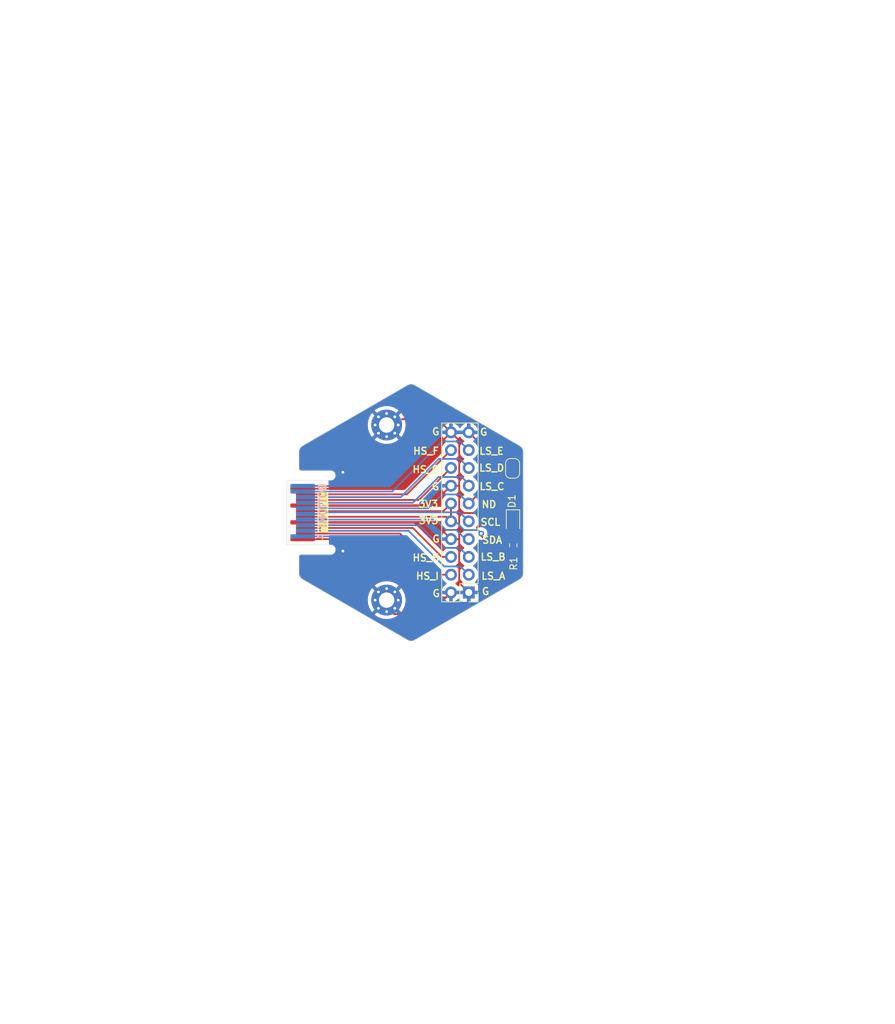
<source format=kicad_pcb>
(kicad_pcb (version 20221018) (generator pcbnew)
  (layers (0 "F.Cu" signal) (31 "B.Cu" signal) (34 "B.Paste" user) (35 "F.Paste" user) (36 "B.SilkS" user "B.Silkscreen") (37 "F.SilkS" user "F.Silkscreen") (38 "B.Mask" user) (39 "F.Mask" user) (44 "Edge.Cuts" user))
  (net 0 "")
  (net 1 "/GND")
  (net 2 "/LS_A")
  (net 3 "/LS_B")
  (net 4 "/SDA")
  (net 5 "/SCL")
  (net 6 "/LS_C")
  (net 7 "/LS_D")
  (net 8 "/LS_E")
  (net 9 "/HS_F")
  (net 10 "/HS_G")
  (net 11 "/3V3")
  (net 12 "/HS_H")
  (net 13 "/HS_I")
  (net 14 "Net-(D1-A)")
  (net 15 "/HEXP_DET")
  (footprint "tildagon:hexpansion-edge-connector" (layer "F.Cu") (at 98.25 100)
    (fp_text reference "J1" hide)
    (fp_text value "Nodule-Connector" hide)
    (fp_text user "BOTTOM!" (at 5.7 -4.3 90 unlocked) (layer "B.SilkS") (effects (font (thickness 0.25) bold) (justify left bottom mirror)))
    (fp_text user "1" (at 5.2 3.05 90 unlocked) (layer "B.SilkS") (effects (font (size 0.8 0.8) (thickness 0.2) bold) (justify left bottom mirror)))
    (fp_text user "^ TOP ^" (at 5.8 2.85 90 unlocked) (layer "F.SilkS" knockout) (effects (font (thickness 0.25) bold) (justify left bottom)))
    (fp_line (start 0 4.4) (end 0 -4.4) (stroke (width 0.05)) (layer "Edge.Cuts"))
    (fp_line (start 6.25 -6) (end 2 -6) (stroke (width 0.05)) (layer "Edge.Cuts"))
    (fp_line (start 6.25 -4.6) (end 0.2 -4.6) (stroke (width 0.05)) (layer "Edge.Cuts"))
    (fp_line (start 6.25 4.6) (end 0.2 4.6) (stroke (width 0.05)) (layer "Edge.Cuts"))
    (fp_line (start 6.25 6) (end 2 6) (stroke (width 0.05)) (layer "Edge.Cuts"))
    (fp_arc (start 0 -4.4) (mid 0.058579 -4.541421) (end 0.2 -4.6) (stroke (width 0.05)) (layer "Edge.Cuts"))
    (fp_arc (start 0.2 4.6) (mid 0.058579 4.541421) (end 0 4.4) (stroke (width 0.05)) (layer "Edge.Cuts"))
    (fp_arc (start 6.25 -6) (mid 6.744975 -5.794975) (end 6.95 -5.3) (stroke (width 0.05)) (layer "Edge.Cuts"))
    (fp_arc (start 6.25 4.6) (mid 6.744975 4.805025) (end 6.95 5.3) (stroke (width 0.05)) (layer "Edge.Cuts"))
    (fp_arc (start 6.95 -5.3) (mid 6.744975 -4.805025) (end 6.25 -4.6) (stroke (width 0.05)) (layer "Edge.Cuts"))
    (fp_arc (start 6.95 5.3) (mid 6.744975 5.794975) (end 6.25 6) (stroke (width 0.05)) (layer "Edge.Cuts"))
    (pad "1" smd roundrect (at 2.25 3.4) (size 3.5 0.6) (layers "B.Cu" "B.Mask") (net 1 "/GND"))
    (pad "2" smd roundrect (at 2.65 2.6) (size 2.7 0.6) (layers "B.Cu" "B.Mask") (net 2 "/LS_A"))
    (pad "3" smd roundrect (at 2.65 1.8) (size 2.7 0.6) (layers "B.Cu" "B.Mask") (net 3 "/LS_B"))
    (pad "4" smd roundrect (at 2.65 1) (size 2.7 0.6) (layers "B.Cu" "B.Mask") (net 4 "/SDA"))
    (pad "5" smd roundrect (at 2.65 0.2) (size 2.7 0.6) (layers "B.Cu" "B.Mask") (net 5 "/SCL"))
    (pad "6" smd roundrect (at 2.65 -0.6) (size 2.7 0.6) (layers "B.Cu" "B.Mask") (net 15 "/HEXP_DET"))
    (pad "7" smd roundrect (at 2.65 -1.4) (size 2.7 0.6) (layers "B.Cu" "B.Mask") (net 6 "/LS_C"))
    (pad "8" smd roundrect (at 2.65 -2.2) (size 2.7 0.6) (layers "B.Cu" "B.Mask") (net 7 "/LS_D"))
    (pad "9" smd roundrect (at 2.25 -3) (size 3.5 0.6) (layers "B.Cu" "B.Mask") (net 8 "/LS_E"))
    (pad "10" smd roundrect (at 2.25 -3.8) (size 3.5 0.6) (layers "B.Cu" "B.Mask") (net 1 "/GND"))
    (pad "11" smd roundrect (at 2.25 -3.4 180) (size 3.5 0.6) (layers "F.Cu" "F.Mask") (net 1 "/GND"))
    (pad "12" smd roundrect (at 2.65 -2.6 180) (size 2.7 0.6) (layers "F.Cu" "F.Mask") (net 9 "/HS_F"))
    (pad "13" smd roundrect (at 2.65 -1.8 180) (size 2.7 0.6) (layers "F.Cu" "F.Mask") (net 10 "/HS_G"))
    (pad "14" smd roundrect (at 2.25 -1 180) (size 3.5 0.6) (layers "F.Cu" "F.Mask") (net 1 "/GND"))
    (pad "15" smd roundrect (at 2.65 -0.2 180) (size 2.7 0.6) (layers "F.Cu" "F.Mask") (net 11 "/3V3"))
    (pad "16" smd roundrect (at 2.65 0.6 180) (size 2.7 0.6) (layers "F.Cu" "F.Mask") (net 11 "/3V3"))
    (pad "17" smd roundrect (at 2.25 1.4 180) (size 3.5 0.6) (layers "F.Cu" "F.Mask") (net 1 "/GND"))
    (pad "18" smd roundrect (at 2.65 2.2 180) (size 2.7 0.6) (layers "F.Cu" "F.Mask") (net 12 "/HS_H"))
    (pad "19" smd roundrect (at 2.65 3 180) (size 2.7 0.6) (layers "F.Cu" "F.Mask") (net 13 "/HS_I"))
    (pad "20" smd roundrect (at 2.25 3.8 180) (size 3.5 0.6) (layers "F.Cu" "F.Mask") (net 1 "/GND"))
  )
  (footprint "LED_SMD:LED_0805_2012Metric" (layer "F.Cu") (at 130.55 101.29 -90)
    (fp_text reference "D1" (at -2.92 0.16 90) (layer "F.SilkS"))
    (fp_text value "LED")
    (fp_line (start -1.685 -0.96) (end -1.685 0.96) (stroke (width 0.12)) (layer "F.SilkS"))
    (fp_line (start -1.685 0.96) (end 1 0.96) (stroke (width 0.12)) (layer "F.SilkS"))
    (fp_line (start 1 -0.96) (end -1.685 -0.96) (stroke (width 0.12)) (layer "F.SilkS"))
    (pad "1" smd roundrect (at -0.9375 0 270) (size 0.975 1.4) (layers "F.Cu" "F.Paste" "F.Mask") (net 1 "/GND"))
    (pad "2" smd roundrect (at 0.9375 0 270) (size 0.975 1.4) (layers "F.Cu" "F.Paste" "F.Mask") (net 14 "Net-(D1-A)"))
  )
  (footprint "MountingHole:MountingHole_2.2mm_M2_Pad_Via" (layer "F.Cu") (at 112.5 87.5)
    (fp_text reference "H2" hide)
    (fp_text value "MountingHole_Pad")
    (pad "1" thru_hole circle (at -1.65 0) (size 0.7 0.7) (drill 0.4) (layers "*.Cu" "*.Mask") (net 1 "/GND"))
    (pad "1" thru_hole circle (at -1.166726 -1.166726) (size 0.7 0.7) (drill 0.4) (layers "*.Cu" "*.Mask") (net 1 "/GND"))
    (pad "1" thru_hole circle (at -1.166726 1.166726) (size 0.7 0.7) (drill 0.4) (layers "*.Cu" "*.Mask") (net 1 "/GND"))
    (pad "1" thru_hole circle (at 0 -1.65) (size 0.7 0.7) (drill 0.4) (layers "*.Cu" "*.Mask") (net 1 "/GND"))
    (pad "1" thru_hole circle (at 0 0) (size 4.4 4.4) (drill 2.2) (layers "*.Cu" "*.Mask") (net 1 "/GND"))
    (pad "1" thru_hole circle (at 0 1.65) (size 0.7 0.7) (drill 0.4) (layers "*.Cu" "*.Mask") (net 1 "/GND"))
    (pad "1" thru_hole circle (at 1.166726 -1.166726) (size 0.7 0.7) (drill 0.4) (layers "*.Cu" "*.Mask") (net 1 "/GND"))
    (pad "1" thru_hole circle (at 1.166726 1.166726) (size 0.7 0.7) (drill 0.4) (layers "*.Cu" "*.Mask") (net 1 "/GND"))
    (pad "1" thru_hole circle (at 1.65 0) (size 0.7 0.7) (drill 0.4) (layers "*.Cu" "*.Mask") (net 1 "/GND"))
  )
  (footprint "Connector_PinHeader_2.54mm:PinHeader_2x10_P2.54mm_Vertical" (layer "F.Cu") (at 124.23 111.41 180)
    (fp_text reference "J2" hide)
    (fp_text value "Conn_02x10_Odd_Even" hide)
    (fp_line (start -1.33 -1.33) (end 0 -1.33) (stroke (width 0.12)) (layer "F.SilkS"))
    (fp_line (start -1.33 0) (end -1.33 -1.33) (stroke (width 0.12)) (layer "F.SilkS"))
    (fp_line (start -1.33 1.27) (end -1.33 24.19) (stroke (width 0.12)) (layer "F.SilkS"))
    (fp_line (start -1.33 1.27) (end 1.27 1.27) (stroke (width 0.12)) (layer "F.SilkS"))
    (fp_line (start -1.33 24.19) (end 3.87 24.19) (stroke (width 0.12)) (layer "F.SilkS"))
    (fp_line (start 1.27 -1.33) (end 3.87 -1.33) (stroke (width 0.12)) (layer "F.SilkS"))
    (fp_line (start 1.27 1.27) (end 1.27 -1.33) (stroke (width 0.12)) (layer "F.SilkS"))
    (fp_line (start 3.87 -1.33) (end 3.87 24.19) (stroke (width 0.12)) (layer "F.SilkS"))
    (pad "1" thru_hole rect (at 0 0 180) (size 1.7 1.7) (drill 1) (layers "*.Cu" "*.Mask") (net 1 "/GND"))
    (pad "2" thru_hole oval (at 2.54 0 180) (size 1.7 1.7) (drill 1) (layers "*.Cu" "*.Mask") (net 1 "/GND"))
    (pad "3" thru_hole oval (at 0 2.54 180) (size 1.7 1.7) (drill 1) (layers "*.Cu" "*.Mask") (net 2 "/LS_A"))
    (pad "4" thru_hole oval (at 2.54 2.54 180) (size 1.7 1.7) (drill 1) (layers "*.Cu" "*.Mask") (net 13 "/HS_I"))
    (pad "5" thru_hole oval (at 0 5.08 180) (size 1.7 1.7) (drill 1) (layers "*.Cu" "*.Mask") (net 3 "/LS_B"))
    (pad "6" thru_hole oval (at 2.54 5.08 180) (size 1.7 1.7) (drill 1) (layers "*.Cu" "*.Mask") (net 12 "/HS_H"))
    (pad "7" thru_hole oval (at 0 7.62 180) (size 1.7 1.7) (drill 1) (layers "*.Cu" "*.Mask") (net 4 "/SDA"))
    (pad "8" thru_hole oval (at 2.54 7.62 180) (size 1.7 1.7) (drill 1) (layers "*.Cu" "*.Mask") (net 1 "/GND"))
    (pad "9" thru_hole oval (at 0 10.16 180) (size 1.7 1.7) (drill 1) (layers "*.Cu" "*.Mask") (net 5 "/SCL"))
    (pad "10" thru_hole oval (at 2.54 10.16 180) (size 1.7 1.7) (drill 1) (layers "*.Cu" "*.Mask") (net 11 "/3V3"))
    (pad "11" thru_hole oval (at 0 12.7 180) (size 1.7 1.7) (drill 1) (layers "*.Cu" "*.Mask") (net 15 "/HEXP_DET"))
    (pad "12" thru_hole oval (at 2.54 12.7 180) (size 1.7 1.7) (drill 1) (layers "*.Cu" "*.Mask") (net 11 "/3V3"))
    (pad "13" thru_hole oval (at 0 15.24 180) (size 1.7 1.7) (drill 1) (layers "*.Cu" "*.Mask") (net 6 "/LS_C"))
    (pad "14" thru_hole oval (at 2.54 15.24 180) (size 1.7 1.7) (drill 1) (layers "*.Cu" "*.Mask") (net 1 "/GND"))
    (pad "15" thru_hole oval (at 0 17.78 180) (size 1.7 1.7) (drill 1) (layers "*.Cu" "*.Mask") (net 7 "/LS_D"))
    (pad "16" thru_hole oval (at 2.54 17.78 180) (size 1.7 1.7) (drill 1) (layers "*.Cu" "*.Mask") (net 10 "/HS_G"))
    (pad "17" thru_hole oval (at 0 20.32 180) (size 1.7 1.7) (drill 1) (layers "*.Cu" "*.Mask") (net 8 "/LS_E"))
    (pad "18" thru_hole oval (at 2.54 20.32 180) (size 1.7 1.7) (drill 1) (layers "*.Cu" "*.Mask") (net 9 "/HS_F"))
    (pad "19" thru_hole oval (at 0 22.86 180) (size 1.7 1.7) (drill 1) (layers "*.Cu" "*.Mask") (net 1 "/GND"))
    (pad "20" thru_hole oval (at 2.54 22.86 180) (size 1.7 1.7) (drill 1) (layers "*.Cu" "*.Mask") (net 1 "/GND"))
  )
  (footprint "Jumper:SolderJumper-2_P1.3mm_Bridged_RoundedPad1.0x1.5mm" (layer "F.Cu") (at 130.49 93.69 90)
    (fp_text reference "JP1" hide)
    (fp_text value "SolderJumper_2_Bridged" hide)
    (fp_poly (pts (xy 0.25 -0.3) (xy -0.25 -0.3) (xy -0.25 0.3) (xy 0.25 0.3)) (fill solid) (layer "F.Cu"))
    (fp_line (start -1.4 0.3) (end -1.4 -0.3) (stroke (width 0.12)) (layer "F.SilkS"))
    (fp_line (start -0.7 -1) (end 0.7 -1) (stroke (width 0.12)) (layer "F.SilkS"))
    (fp_line (start 0.7 1) (end -0.7 1) (stroke (width 0.12)) (layer "F.SilkS"))
    (fp_line (start 1.4 -0.3) (end 1.4 0.3) (stroke (width 0.12)) (layer "F.SilkS"))
    (fp_arc (start -1.4 -0.3) (mid -1.194975 -0.794975) (end -0.7 -1) (stroke (width 0.12)) (layer "F.SilkS"))
    (fp_arc (start -0.7 1) (mid -1.194975 0.794975) (end -1.4 0.3) (stroke (width 0.12)) (layer "F.SilkS"))
    (fp_arc (start 0.7 -1) (mid 1.194975 -0.794975) (end 1.4 -0.3) (stroke (width 0.12)) (layer "F.SilkS"))
    (fp_arc (start 1.4 0.3) (mid 1.194975 0.794975) (end 0.7 1) (stroke (width 0.12)) (layer "F.SilkS"))
    (pad "1" smd custom (at -0.65 0 90) (size 1 0.5) (layers "F.Cu" "F.Mask") (net 15 "/HEXP_DET") (options (clearance outline) (anchor rect)) (primitives (gr_circle (center 0 0.25) (end 0.5 0.25) (width 0) (fill yes)) (gr_circle (center 0 -0.25) (end 0.5 -0.25) (width 0) (fill yes)) (gr_poly (pts (xy 0.5 0.75) (xy 0 0.75) (xy 0 -0.75) (xy 0.5 -0.75)) (width 0) (fill yes))))
    (pad "2" smd custom (at 0.65 0 90) (size 1 0.5) (layers "F.Cu" "F.Mask") (net 1 "/GND") (options (clearance outline) (anchor rect)) (primitives (gr_circle (center 0 0.25) (end 0.5 0.25) (width 0) (fill yes)) (gr_circle (center 0 -0.25) (end 0.5 -0.25) (width 0) (fill yes)) (gr_poly (pts (xy 0 0.75) (xy -0.5 0.75) (xy -0.5 -0.75) (xy 0 -0.75)) (width 0) (fill yes))))
  )
  (footprint "Resistor_SMD:R_0603_1608Metric" (layer "F.Cu") (at 130.59 104.68 90)
    (fp_text reference "R1" (at -2.61 0.05 90) (layer "F.SilkS"))
    (fp_text value "R")
    (fp_line (start -0.237258 -0.5225) (end 0.237258 -0.5225) (stroke (width 0.12)) (layer "F.SilkS"))
    (fp_line (start -0.237258 0.5225) (end 0.237258 0.5225) (stroke (width 0.12)) (layer "F.SilkS"))
    (pad "1" smd roundrect (at -0.825 0 90) (size 0.8 0.95) (layers "F.Cu" "F.Paste" "F.Mask") (net 11 "/3V3"))
    (pad "2" smd roundrect (at 0.825 0 90) (size 0.8 0.95) (layers "F.Cu" "F.Paste" "F.Mask") (net 14 "Net-(D1-A)"))
  )
  (footprint "MountingHole:MountingHole_2.2mm_M2_Pad_Via" (layer "F.Cu") (at 112.5 112.5)
    (fp_text reference "H1" hide)
    (fp_text value "MountingHole_Pad")
    (pad "1" thru_hole circle (at -1.65 0) (size 0.7 0.7) (drill 0.4) (layers "*.Cu" "*.Mask") (net 1 "/GND"))
    (pad "1" thru_hole circle (at -1.166726 -1.166726) (size 0.7 0.7) (drill 0.4) (layers "*.Cu" "*.Mask") (net 1 "/GND"))
    (pad "1" thru_hole circle (at -1.166726 1.166726) (size 0.7 0.7) (drill 0.4) (layers "*.Cu" "*.Mask") (net 1 "/GND"))
    (pad "1" thru_hole circle (at 0 -1.65) (size 0.7 0.7) (drill 0.4) (layers "*.Cu" "*.Mask") (net 1 "/GND"))
    (pad "1" thru_hole circle (at 0 0) (size 4.4 4.4) (drill 2.2) (layers "*.Cu" "*.Mask") (net 1 "/GND"))
    (pad "1" thru_hole circle (at 0 1.65) (size 0.7 0.7) (drill 0.4) (layers "*.Cu" "*.Mask") (net 1 "/GND"))
    (pad "1" thru_hole circle (at 1.166726 -1.166726) (size 0.7 0.7) (drill 0.4) (layers "*.Cu" "*.Mask") (net 1 "/GND"))
    (pad "1" thru_hole circle (at 1.166726 1.166726) (size 0.7 0.7) (drill 0.4) (layers "*.Cu" "*.Mask") (net 1 "/GND"))
    (pad "1" thru_hole circle (at 1.65 0) (size 0.7 0.7) (drill 0.4) (layers "*.Cu" "*.Mask") (net 1 "/GND"))
  )
  (gr_line (start 100.5 90.473725) (end 115.499995 81.813472) (stroke (width 0.05)) (layer "Edge.Cuts"))
  (gr_arc (start 131.499989 90.473725) (mid 131.866015 90.83975) (end 131.999989 91.33975) (stroke (width 0.05)) (layer "Edge.Cuts"))
  (gr_arc (start 100.25 94) (mid 100.073223 93.926777) (end 100 93.75) (stroke (width 0.1)) (layer "Edge.Cuts"))
  (gr_arc (start 115.499995 81.813472) (mid 115.999995 81.679497) (end 116.499995 81.813472) (stroke (width 0.05)) (layer "Edge.Cuts"))
  (gr_line (start 100.5 109.526269) (end 115.499995 118.186522) (stroke (width 0.05)) (layer "Edge.Cuts"))
  (gr_line (start 131.999989 91.33975) (end 131.999989 108.660243) (stroke (width 0.05)) (layer "Edge.Cuts"))
  (gr_line (start 100 93.75) (end 100 91.33975) (stroke (width 0.05)) (layer "Edge.Cuts"))
  (gr_arc (start 100 91.33975) (mid 100.133975 90.83975) (end 100.5 90.473725) (stroke (width 0.05)) (layer "Edge.Cuts"))
  (gr_line (start 100 106.25) (end 100 108.660243) (stroke (width 0.05)) (layer "Edge.Cuts"))
  (gr_line (start 116.499995 81.813472) (end 131.499989 90.473725) (stroke (width 0.05)) (layer "Edge.Cuts"))
  (gr_arc (start 100 106.25) (mid 100.073223 106.073223) (end 100.25 106) (stroke (width 0.1)) (layer "Edge.Cuts"))
  (gr_arc (start 100.5 109.526269) (mid 100.133975 109.160243) (end 100 108.660243) (stroke (width 0.05)) (layer "Edge.Cuts"))
  (gr_arc (start 131.999989 108.660243) (mid 131.866015 109.160243) (end 131.499989 109.526269) (stroke (width 0.05)) (layer "Edge.Cuts"))
  (gr_arc (start 116.499995 118.186522) (mid 115.999995 118.320497) (end 115.499995 118.186522) (stroke (width 0.05)) (layer "Edge.Cuts"))
  (gr_line (start 116.499995 118.186522) (end 131.499989 109.526269) (stroke (width 0.05)) (layer "Edge.Cuts"))
  (gr_text "3V3" (at 116.98 101.72) (layer "F.SilkS") (effects (font (size 1 1) (thickness 0.2) bold) (justify left bottom)))
  (gr_text "HS_I" (at 116.58 109.65) (layer "F.SilkS") (effects (font (size 1 1) (thickness 0.2) bold) (justify left bottom)))
  (gr_text "LS_C" (at 125.65 96.86) (layer "F.SilkS") (effects (font (size 1 1) (thickness 0.2) bold) (justify left bottom)))
  (gr_text "LS_B" (at 125.81 106.92) (layer "F.SilkS") (effects (font (size 1 1) (thickness 0.2) bold) (justify left bottom)))
  (gr_text "HS_H" (at 116.09 107.04) (layer "F.SilkS") (effects (font (size 1 1) (thickness 0.2) bold) (justify left bottom)))
  (gr_text "LS_E" (at 125.63 91.81) (layer "F.SilkS") (effects (font (size 1 1) (thickness 0.2) bold) (justify left bottom)))
  (gr_text "LS_A" (at 125.92 109.64) (layer "F.SilkS") (effects (font (size 1 1) (thickness 0.2) bold) (justify left bottom)))
  (gr_text "3V3" (at 116.94 99.37) (layer "F.SilkS") (effects (font (size 1 1) (thickness 0.2) bold) (justify left bottom)))
  (gr_text "SCL" (at 125.81 101.95) (layer "F.SilkS") (effects (font (size 1 1) (thickness 0.2) bold) (justify left bottom)))
  (gr_text "G" (at 126 111.84) (layer "F.SilkS") (effects (font (size 1 1) (thickness 0.2) bold) (justify left bottom)))
  (gr_text "SDA" (at 126.04 104.51) (layer "F.SilkS") (effects (font (size 1 1) (thickness 0.2) bold) (justify left bottom)))
  (gr_text "HS_F" (at 116.18 91.8) (layer "F.SilkS") (effects (font (size 1 1) (thickness 0.2) bold) (justify left bottom)))
  (gr_text "G" (at 118.89 89.03) (layer "F.SilkS") (effects (font (size 1 1) (thickness 0.2) bold) (justify left bottom)))
  (gr_text "G" (at 118.95 112.13) (layer "F.SilkS") (effects (font (size 1 1) (thickness 0.2) bold) (justify left bottom)))
  (gr_text "G" (at 118.93 104.35) (layer "F.SilkS") (effects (font (size 1 1) (thickness 0.2) bold) (justify left bottom)))
  (gr_text "ND" (at 125.97 99.43) (layer "F.SilkS") (effects (font (size 1 1) (thickness 0.2) bold) (justify left bottom)))
  (gr_text "LS_D" (at 125.61 94.22) (layer "F.SilkS") (effects (font (size 1 1) (thickness 0.2) bold) (justify left bottom)))
  (gr_text "G" (at 125.73 89.09) (layer "F.SilkS") (effects (font (size 1 1) (thickness 0.2) bold) (justify left bottom)))
  (gr_text "HS_G" (at 116.08 94.44) (layer "F.SilkS") (effects (font (size 1 1) (thickness 0.2) bold) (justify left bottom)))
  (gr_text "G" (at 118.86 96.89) (layer "F.SilkS") (effects (font (size 1 1) (thickness 0.2) bold) (justify left bottom)))
  (segment (start 111.99 103.8) (end 120.32 112.13) (width 0.25) (layer "F.Cu") (net 1))
  (segment (start 121.69 96.17) (end 122.865 96.17) (width 0.25) (layer "F.Cu") (net 1))
  (segment (start 113.64 96.6) (end 100.5 96.6) (width 0.25) (layer "F.Cu") (net 1))
  (segment (start 121.69 88.55) (end 124.23 88.55) (width 0.25) (layer "F.Cu") (net 1))
  (segment (start 122.865 103.89) (end 122.865 100.07) (width 0.25) (layer "F.Cu") (net 1))
  (segment (start 130.2675 100.07) (end 122.865 100.07) (width 0.25) (layer "F.Cu") (net 1))
  (segment (start 122.865 89.725) (end 121.69 88.55) (width 0.25) (layer "F.Cu") (net 1))
  (segment (start 114.716726 86.666726) (end 119.806726 86.666726) (width 0.25) (layer "F.Cu") (net 1))
  (segment (start 121.69 103.79) (end 119.3 101.4) (width 0.25) (layer "F.Cu") (net 1))
  (segment (start 130.55 100.3525) (end 130.2675 100.07) (width 0.25) (layer "F.Cu") (net 1))
  (segment (start 113.55 114.5) (end 118.6 114.5) (width 0.25) (layer "F.Cu") (net 1))
  (segment (start 119.806726 86.666726) (end 121.69 88.55) (width 0.25) (layer "F.Cu") (net 1))
  (segment (start 130.49 93.04) (end 128.72 93.04) (width 0.25) (layer "F.Cu") (net 1))
  (segment (start 118.86 99) (end 100.5 99) (width 0.25) (layer "F.Cu") (net 1))
  (segment (start 122.865 100.07) (end 122.865 96.17) (width 0.25) (layer "F.Cu") (net 1))
  (segment (start 121.69 103.79) (end 122.765 103.79) (width 0.25) (layer "F.Cu") (net 1))
  (segment (start 120.97 112.13) (end 121.69 111.41) (width 0.25) (layer "F.Cu") (net 1))
  (segment (start 121.69 96.17) (end 118.86 99) (width 0.25) (layer "F.Cu") (net 1))
  (segment (start 122.865 96.17) (end 122.865 89.725) (width 0.25) (layer "F.Cu") (net 1))
  (segment (start 118.6 114.5) (end 121.69 111.41) (width 0.25) (layer "F.Cu") (net 1))
  (segment (start 121.69 88.55) (end 113.64 96.6) (width 0.25) (layer "F.Cu") (net 1))
  (segment (start 122.765 103.79) (end 122.865 103.89) (width 0.25) (layer "F.Cu") (net 1))
  (segment (start 100.5 103.8) (end 111.99 103.8) (width 0.25) (layer "F.Cu") (net 1))
  (segment (start 119.3 101.4) (end 100.5 101.4) (width 0.25) (layer "F.Cu") (net 1))
  (segment (start 121.69 111.41) (end 124.23 111.41) (width 0.25) (layer "F.Cu") (net 1))
  (segment (start 128.72 93.04) (end 124.23 88.55) (width 0.25) (layer "F.Cu") (net 1))
  (segment (start 124.23 111.41) (end 122.865 110.045) (width 0.25) (layer "F.Cu") (net 1))
  (segment (start 120.32 112.13) (end 120.97 112.13) (width 0.25) (layer "F.Cu") (net 1))
  (segment (start 122.865 110.045) (end 122.865 103.89) (width 0.25) (layer "F.Cu") (net 1))
  (via (at 106.25 105.5) (size 0.8) (drill 0.4) (layers "F.Cu" "B.Cu") (net 1))
  (via (at 106.25 94.25) (size 0.8) (drill 0.4) (layers "F.Cu" "B.Cu") (net 1))
  (segment (start 112.45 103.4) (end 100.5 103.4) (width 0.25) (layer "B.Cu") (net 1))
  (segment (start 121.69 111.41) (end 120.62 111.41) (width 0.25) (layer "B.Cu") (net 1))
  (segment (start 120.54 111.49) (end 112.45 103.4) (width 0.25) (layer "B.Cu") (net 1))
  (segment (start 119.36 88.55) (end 111.71 96.2) (width 0.25) (layer "B.Cu") (net 1))
  (segment (start 120.62 111.41) (end 120.54 111.49) (width 0.25) (layer "B.Cu") (net 1))
  (segment (start 111.71 96.2) (end 100.5 96.2) (width 0.25) (layer "B.Cu") (net 1))
  (segment (start 121.69 88.55) (end 119.36 88.55) (width 0.25) (layer "B.Cu") (net 1))
  (segment (start 123.055 107.695) (end 120.735 107.695) (width 0.25) (layer "B.Cu") (net 2))
  (segment (start 120.735 107.695) (end 120.73 107.7) (width 0.25) (layer "B.Cu") (net 2))
  (segment (start 124.23 108.87) (end 123.055 107.695) (width 0.25) (layer "B.Cu") (net 2))
  (segment (start 115.63 102.6) (end 100.9 102.6) (width 0.25) (layer "B.Cu") (net 2))
  (segment (start 120.73 107.7) (end 115.63 102.6) (width 0.25) (layer "B.Cu") (net 2))
  (segment (start 124.23 106.33) (end 122.94 105.04) (width 0.25) (layer "B.Cu") (net 3))
  (segment (start 120.42 105.04) (end 117.18 101.8) (width 0.25) (layer "B.Cu") (net 3))
  (segment (start 117.18 101.8) (end 100.9 101.8) (width 0.25) (layer "B.Cu") (net 3))
  (segment (start 122.94 105.04) (end 120.42 105.04) (width 0.25) (layer "B.Cu") (net 3))
  (segment (start 122.44 102.48) (end 120.96 102.48) (width 0.25) (layer "B.Cu") (net 4))
  (segment (start 123.75 103.79) (end 122.44 102.48) (width 0.25) (layer "B.Cu") (net 4))
  (segment (start 124.23 103.79) (end 123.75 103.79) (width 0.25) (layer "B.Cu") (net 4))
  (segment (start 120.96 102.48) (end 119.48 101) (width 0.25) (layer "B.Cu") (net 4))
  (segment (start 119.48 101) (end 100.9 101) (width 0.25) (layer "B.Cu") (net 4))
  (segment (start 124.23 101.25) (end 122.94 99.96) (width 0.25) (layer "B.Cu") (net 5))
  (segment (start 122.94 99.96) (end 103.5 99.96) (width 0.25) (layer "B.Cu") (net 5))
  (segment (start 103.26 100.2) (end 100.9 100.2) (width 0.25) (layer "B.Cu") (net 5))
  (segment (start 103.5 99.96) (end 103.26 100.2) (width 0.25) (layer "B.Cu") (net 5))
  (segment (start 124.23 95.92) (end 123.23 94.92) (width 0.25) (layer "B.Cu") (net 6))
  (segment (start 116.25 98.6) (end 100.9 98.6) (width 0.25) (layer "B.Cu") (net 6))
  (segment (start 123.23 94.92) (end 119.93 94.92) (width 0.25) (layer "B.Cu") (net 6))
  (segment (start 119.93 94.92) (end 116.25 98.6) (width 0.25) (layer "B.Cu") (net 6))
  (segment (start 124.23 96.17) (end 124.23 95.92) (width 0.25) (layer "B.Cu") (net 6))
  (segment (start 114.52 97.8) (end 100.9 97.8) (width 0.25) (layer "B.Cu") (net 7))
  (segment (start 122.94 92.34) (end 119.98 92.34) (width 0.25) (layer "B.Cu") (net 7))
  (segment (start 119.98 92.34) (end 114.52 97.8) (width 0.25) (layer "B.Cu") (net 7))
  (segment (start 124.23 93.63) (end 122.94 92.34) (width 0.25) (layer "B.Cu") (net 7))
  (segment (start 113.28 97) (end 100.5 97) (width 0.25) (layer "B.Cu") (net 8))
  (segment (start 124.23 91.09) (end 122.99 89.85) (width 0.25) (layer "B.Cu") (net 8))
  (segment (start 120.43 89.85) (end 113.28 97) (width 0.25) (layer "B.Cu") (net 8))
  (segment (start 122.99 89.85) (end 120.43 89.85) (width 0.25) (layer "B.Cu") (net 8))
  (segment (start 115.38 97.4) (end 100.9 97.4) (width 0.25) (layer "F.Cu") (net 9))
  (segment (start 121.69 91.09) (end 115.38 97.4) (width 0.25) (layer "F.Cu") (net 9))
  (segment (start 117.12 98.2) (end 100.9 98.2) (width 0.25) (layer "F.Cu") (net 10))
  (segment (start 121.69 93.63) (end 117.12 98.2) (width 0.25) (layer "F.Cu") (net 10))
  (segment (start 120.6 99.8) (end 100.9 99.8) (width 0.25) (layer "F.Cu") (net 11))
  (segment (start 100.9 99.8) (end 100.9 100.6) (width 0.25) (layer "F.Cu") (net 11))
  (segment (start 121.69 101.25) (end 121.69 98.71) (width 0.25) (layer "F.Cu") (net 11))
  (segment (start 126.01 103.315) (end 128.2 105.505) (width 0.25) (layer "F.Cu") (net 11))
  (segment (start 121.69 98.71) (end 120.6 99.8) (width 0.25) (layer "F.Cu") (net 11))
  (segment (start 126.01 102.99) (end 126.01 103.315) (width 0.25) (layer "F.Cu") (net 11))
  (segment (start 128.2 105.505) (end 130.59 105.505) (width 0.25) (layer "F.Cu") (net 11))
  (segment (start 121.04 100.6) (end 121.69 101.25) (width 0.25) (layer "F.Cu") (net 11))
  (segment (start 100.9 100.6) (end 121.04 100.6) (width 0.25) (layer "F.Cu") (net 11))
  (via (at 126.01 102.99) (size 0.8) (drill 0.4) (layers "F.Cu" "B.Cu") (net 11))
  (segment (start 122.326396 101.25) (end 123.576396 102.5) (width 0.25) (layer "B.Cu") (net 11))
  (segment (start 123.576396 102.5) (end 125.52 102.5) (width 0.25) (layer "B.Cu") (net 11))
  (segment (start 121.69 101.25) (end 122.326396 101.25) (width 0.25) (layer "B.Cu") (net 11))
  (segment (start 125.52 102.5) (end 126.01 102.99) (width 0.25) (layer "B.Cu") (net 11))
  (segment (start 121.69 106.33) (end 120.38 106.33) (width 0.25) (layer "F.Cu") (net 12))
  (segment (start 116.25 102.2) (end 100.9 102.2) (width 0.25) (layer "F.Cu") (net 12))
  (segment (start 120.38 106.33) (end 116.25 102.2) (width 0.25) (layer "F.Cu") (net 12))
  (segment (start 121.69 108.87) (end 120.28 108.87) (width 0.25) (layer "F.Cu") (net 13))
  (segment (start 120.28 108.87) (end 114.41 103) (width 0.25) (layer "F.Cu") (net 13))
  (segment (start 114.41 103) (end 100.9 103) (width 0.25) (layer "F.Cu") (net 13))
  (segment (start 130.59 103.855) (end 130.55 103.815) (width 0.25) (layer "F.Cu") (net 14))
  (segment (start 130.55 103.815) (end 130.55 102.2275) (width 0.25) (layer "F.Cu") (net 14))
  (segment (start 128.6 94.34) (end 130.49 94.34) (width 0.25) (layer "F.Cu") (net 15))
  (segment (start 124.23 98.71) (end 128.6 94.34) (width 0.25) (layer "F.Cu") (net 15))
  (segment (start 120.4 97.41) (end 118.41 99.4) (width 0.25) (layer "B.Cu") (net 15))
  (segment (start 124.23 98.71) (end 122.93 97.41) (width 0.25) (layer "B.Cu") (net 15))
  (segment (start 122.93 97.41) (end 120.4 97.41) (width 0.25) (layer "B.Cu") (net 15))
  (segment (start 118.41 99.4) (end 100.9 99.4) (width 0.25) (layer "B.Cu") (net 15))
  (zone (net 1) (net_name "/GND") (layers "F&B.Cu") (connect_pads (clearance 0.5)) (min_thickness 0.25) (fill yes (thermal_gap 0.5) (thermal_bridge_width 0.5))
    (polygon (pts (xy 57.275 160.275) (xy 59.675 28.2) (xy 137.95 26.825) (xy 175.875 98.55) (xy 150.725 173.025) (xy 109.325 169.925)))
  )
  (zone (net 0) (net_name "") (layers "F&B.Cu") (connect_pads (clearance 0)) (min_thickness 0.25)
    (keepout (tracks allowed) (vias allowed) (pads allowed) (copperpour not_allowed) (footprints allowed))
    (fill (thermal_gap 0.5) (thermal_bridge_width 0.5))
    (polygon (pts (xy 98.25 95.01) (xy 104.2 95.01) (xy 104.27 105.08) (xy 98.25 105.1)))
  )
)
</source>
